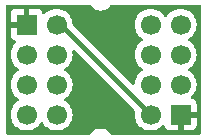
<source format=gbl>
G04 #@! TF.GenerationSoftware,KiCad,Pcbnew,8.0.6*
G04 #@! TF.CreationDate,2025-01-19T21:00:29+01:00*
G04 #@! TF.ProjectId,minsync_connect,6d696e73-796e-4635-9f63-6f6e6e656374,rev?*
G04 #@! TF.SameCoordinates,Original*
G04 #@! TF.FileFunction,Copper,L2,Bot*
G04 #@! TF.FilePolarity,Positive*
%FSLAX46Y46*%
G04 Gerber Fmt 4.6, Leading zero omitted, Abs format (unit mm)*
G04 Created by KiCad (PCBNEW 8.0.6) date 2025-01-19 21:00:29*
%MOMM*%
%LPD*%
G01*
G04 APERTURE LIST*
G04 #@! TA.AperFunction,ComponentPad*
%ADD10R,1.700000X1.700000*%
G04 #@! TD*
G04 #@! TA.AperFunction,ComponentPad*
%ADD11C,1.700000*%
G04 #@! TD*
G04 #@! TA.AperFunction,ViaPad*
%ADD12C,0.600000*%
G04 #@! TD*
G04 #@! TA.AperFunction,Conductor*
%ADD13C,0.400000*%
G04 #@! TD*
G04 #@! TA.AperFunction,Conductor*
%ADD14C,0.200000*%
G04 #@! TD*
G04 APERTURE END LIST*
D10*
X148730000Y-36190000D03*
D11*
X151270000Y-36190000D03*
X148730000Y-38730000D03*
X151270000Y-38730000D03*
X148730000Y-41270000D03*
X151270000Y-41270000D03*
X148730000Y-43810000D03*
X151270000Y-43810000D03*
D10*
X161770000Y-43810000D03*
D11*
X159230000Y-43810000D03*
X161770000Y-41270000D03*
X159230000Y-41270000D03*
X161770000Y-38730000D03*
X159230000Y-38730000D03*
X161770000Y-36190000D03*
X159230000Y-36190000D03*
D12*
X153100000Y-41300000D03*
X157300000Y-38800000D03*
D13*
X159230000Y-43810000D02*
X151610000Y-36190000D01*
D14*
X151610000Y-36190000D02*
X151270000Y-36190000D01*
G04 #@! TA.AperFunction,Conductor*
G36*
X154131109Y-34520185D02*
G01*
X154169497Y-34559222D01*
X154198164Y-34605520D01*
X154323077Y-34742544D01*
X154323080Y-34742546D01*
X154471048Y-34854286D01*
X154556116Y-34896645D01*
X154637018Y-34936930D01*
X154637022Y-34936931D01*
X154637029Y-34936935D01*
X154815371Y-34987678D01*
X154999999Y-35004786D01*
X155000000Y-35004786D01*
X155000001Y-35004786D01*
X155092314Y-34996232D01*
X155184629Y-34987678D01*
X155362971Y-34936935D01*
X155528952Y-34854286D01*
X155676920Y-34742546D01*
X155801837Y-34605519D01*
X155830503Y-34559222D01*
X155882531Y-34512587D01*
X155935930Y-34500500D01*
X163375500Y-34500500D01*
X163442539Y-34520185D01*
X163488294Y-34572989D01*
X163499500Y-34624500D01*
X163499500Y-45375500D01*
X163479815Y-45442539D01*
X163427011Y-45488294D01*
X163375500Y-45499500D01*
X155935930Y-45499500D01*
X155868891Y-45479815D01*
X155830503Y-45440778D01*
X155821979Y-45427011D01*
X155801837Y-45394481D01*
X155784383Y-45375335D01*
X155676922Y-45257455D01*
X155528952Y-45145714D01*
X155362981Y-45063069D01*
X155362968Y-45063064D01*
X155184627Y-45012321D01*
X155184628Y-45012321D01*
X155000001Y-44995214D01*
X154999999Y-44995214D01*
X154815371Y-45012321D01*
X154637031Y-45063064D01*
X154637018Y-45063069D01*
X154471047Y-45145714D01*
X154323077Y-45257455D01*
X154198164Y-45394479D01*
X154169497Y-45440778D01*
X154117469Y-45487413D01*
X154064070Y-45499500D01*
X147124500Y-45499500D01*
X147057461Y-45479815D01*
X147011706Y-45427011D01*
X147000500Y-45375500D01*
X147000500Y-38729999D01*
X147374341Y-38729999D01*
X147374341Y-38730000D01*
X147394936Y-38965403D01*
X147394938Y-38965413D01*
X147456094Y-39193655D01*
X147456096Y-39193659D01*
X147456097Y-39193663D01*
X147460000Y-39202032D01*
X147555965Y-39407830D01*
X147555967Y-39407834D01*
X147664281Y-39562521D01*
X147691501Y-39601396D01*
X147691506Y-39601402D01*
X147858597Y-39768493D01*
X147858603Y-39768498D01*
X148044158Y-39898425D01*
X148087783Y-39953002D01*
X148094977Y-40022500D01*
X148063454Y-40084855D01*
X148044158Y-40101575D01*
X147858597Y-40231505D01*
X147691505Y-40398597D01*
X147555965Y-40592169D01*
X147555964Y-40592171D01*
X147456098Y-40806335D01*
X147456094Y-40806344D01*
X147394938Y-41034586D01*
X147394936Y-41034596D01*
X147374341Y-41269999D01*
X147374341Y-41270000D01*
X147394936Y-41505403D01*
X147394938Y-41505413D01*
X147456094Y-41733655D01*
X147456096Y-41733659D01*
X147456097Y-41733663D01*
X147460000Y-41742032D01*
X147555965Y-41947830D01*
X147555967Y-41947834D01*
X147664281Y-42102521D01*
X147691501Y-42141396D01*
X147691506Y-42141402D01*
X147858597Y-42308493D01*
X147858603Y-42308498D01*
X148044158Y-42438425D01*
X148087783Y-42493002D01*
X148094977Y-42562500D01*
X148063454Y-42624855D01*
X148044158Y-42641575D01*
X147858597Y-42771505D01*
X147691505Y-42938597D01*
X147555965Y-43132169D01*
X147555964Y-43132171D01*
X147456098Y-43346335D01*
X147456094Y-43346344D01*
X147394938Y-43574586D01*
X147394936Y-43574596D01*
X147374341Y-43809999D01*
X147374341Y-43810000D01*
X147394936Y-44045403D01*
X147394938Y-44045413D01*
X147456094Y-44273655D01*
X147456096Y-44273659D01*
X147456097Y-44273663D01*
X147536004Y-44445023D01*
X147555965Y-44487830D01*
X147555967Y-44487834D01*
X147664281Y-44642521D01*
X147691505Y-44681401D01*
X147858599Y-44848495D01*
X147935135Y-44902086D01*
X148052165Y-44984032D01*
X148052167Y-44984033D01*
X148052170Y-44984035D01*
X148266337Y-45083903D01*
X148494592Y-45145063D01*
X148665319Y-45160000D01*
X148729999Y-45165659D01*
X148730000Y-45165659D01*
X148730001Y-45165659D01*
X148794681Y-45160000D01*
X148965408Y-45145063D01*
X149193663Y-45083903D01*
X149407830Y-44984035D01*
X149601401Y-44848495D01*
X149768495Y-44681401D01*
X149898425Y-44495842D01*
X149953002Y-44452217D01*
X150022500Y-44445023D01*
X150084855Y-44476546D01*
X150101575Y-44495842D01*
X150231500Y-44681395D01*
X150231505Y-44681401D01*
X150398599Y-44848495D01*
X150475135Y-44902086D01*
X150592165Y-44984032D01*
X150592167Y-44984033D01*
X150592170Y-44984035D01*
X150806337Y-45083903D01*
X151034592Y-45145063D01*
X151205319Y-45160000D01*
X151269999Y-45165659D01*
X151270000Y-45165659D01*
X151270001Y-45165659D01*
X151334681Y-45160000D01*
X151505408Y-45145063D01*
X151733663Y-45083903D01*
X151947830Y-44984035D01*
X152141401Y-44848495D01*
X152308495Y-44681401D01*
X152444035Y-44487830D01*
X152543903Y-44273663D01*
X152605063Y-44045408D01*
X152625659Y-43810000D01*
X152605063Y-43574592D01*
X152543903Y-43346337D01*
X152444035Y-43132171D01*
X152438425Y-43124158D01*
X152308494Y-42938597D01*
X152141402Y-42771506D01*
X152141396Y-42771501D01*
X151955842Y-42641575D01*
X151912217Y-42586998D01*
X151905023Y-42517500D01*
X151936546Y-42455145D01*
X151955842Y-42438425D01*
X152067500Y-42360241D01*
X152141401Y-42308495D01*
X152308495Y-42141401D01*
X152444035Y-41947830D01*
X152543903Y-41733663D01*
X152605063Y-41505408D01*
X152625659Y-41270000D01*
X152623757Y-41248266D01*
X152621539Y-41222918D01*
X152605063Y-41034592D01*
X152543903Y-40806337D01*
X152444035Y-40592171D01*
X152438425Y-40584158D01*
X152308494Y-40398597D01*
X152141402Y-40231506D01*
X152141396Y-40231501D01*
X151955842Y-40101575D01*
X151912217Y-40046998D01*
X151905023Y-39977500D01*
X151936546Y-39915145D01*
X151955842Y-39898425D01*
X151978026Y-39882891D01*
X152141401Y-39768495D01*
X152308495Y-39601401D01*
X152444035Y-39407830D01*
X152543903Y-39193663D01*
X152605063Y-38965408D01*
X152625659Y-38730000D01*
X152605063Y-38494592D01*
X152605062Y-38494591D01*
X152604591Y-38489199D01*
X152605725Y-38489099D01*
X152612832Y-38425330D01*
X152656884Y-38371097D01*
X152723263Y-38349290D01*
X152790895Y-38366832D01*
X152814889Y-38385546D01*
X157867348Y-43438005D01*
X157900833Y-43499328D01*
X157899442Y-43557778D01*
X157894939Y-43574584D01*
X157894936Y-43574597D01*
X157874341Y-43809999D01*
X157874341Y-43810000D01*
X157894936Y-44045403D01*
X157894938Y-44045413D01*
X157956094Y-44273655D01*
X157956096Y-44273659D01*
X157956097Y-44273663D01*
X158036004Y-44445023D01*
X158055965Y-44487830D01*
X158055967Y-44487834D01*
X158164281Y-44642521D01*
X158191505Y-44681401D01*
X158358599Y-44848495D01*
X158435135Y-44902086D01*
X158552165Y-44984032D01*
X158552167Y-44984033D01*
X158552170Y-44984035D01*
X158766337Y-45083903D01*
X158994592Y-45145063D01*
X159165319Y-45160000D01*
X159229999Y-45165659D01*
X159230000Y-45165659D01*
X159230001Y-45165659D01*
X159294681Y-45160000D01*
X159465408Y-45145063D01*
X159693663Y-45083903D01*
X159907830Y-44984035D01*
X160101401Y-44848495D01*
X160223717Y-44726178D01*
X160285036Y-44692696D01*
X160354728Y-44697680D01*
X160410662Y-44739551D01*
X160427577Y-44770528D01*
X160476646Y-44902088D01*
X160476649Y-44902093D01*
X160562809Y-45017187D01*
X160562812Y-45017190D01*
X160677906Y-45103350D01*
X160677913Y-45103354D01*
X160812620Y-45153596D01*
X160812627Y-45153598D01*
X160872155Y-45159999D01*
X160872172Y-45160000D01*
X161520000Y-45160000D01*
X161520000Y-44243012D01*
X161577007Y-44275925D01*
X161704174Y-44310000D01*
X161835826Y-44310000D01*
X161962993Y-44275925D01*
X162020000Y-44243012D01*
X162020000Y-45160000D01*
X162667828Y-45160000D01*
X162667844Y-45159999D01*
X162727372Y-45153598D01*
X162727379Y-45153596D01*
X162862086Y-45103354D01*
X162862093Y-45103350D01*
X162977187Y-45017190D01*
X162977190Y-45017187D01*
X163063350Y-44902093D01*
X163063354Y-44902086D01*
X163113596Y-44767379D01*
X163113598Y-44767372D01*
X163119999Y-44707844D01*
X163120000Y-44707827D01*
X163120000Y-44060000D01*
X162203012Y-44060000D01*
X162235925Y-44002993D01*
X162270000Y-43875826D01*
X162270000Y-43744174D01*
X162235925Y-43617007D01*
X162203012Y-43560000D01*
X163120000Y-43560000D01*
X163120000Y-42912172D01*
X163119999Y-42912155D01*
X163113598Y-42852627D01*
X163113596Y-42852620D01*
X163063354Y-42717913D01*
X163063350Y-42717906D01*
X162977190Y-42602812D01*
X162977187Y-42602809D01*
X162862093Y-42516649D01*
X162862088Y-42516646D01*
X162730528Y-42467577D01*
X162674595Y-42425705D01*
X162650178Y-42360241D01*
X162665030Y-42291968D01*
X162686175Y-42263720D01*
X162808495Y-42141401D01*
X162944035Y-41947830D01*
X163043903Y-41733663D01*
X163105063Y-41505408D01*
X163125659Y-41270000D01*
X163123757Y-41248266D01*
X163121539Y-41222918D01*
X163105063Y-41034592D01*
X163043903Y-40806337D01*
X162944035Y-40592171D01*
X162938425Y-40584158D01*
X162808494Y-40398597D01*
X162641402Y-40231506D01*
X162641396Y-40231501D01*
X162455842Y-40101575D01*
X162412217Y-40046998D01*
X162405023Y-39977500D01*
X162436546Y-39915145D01*
X162455842Y-39898425D01*
X162478026Y-39882891D01*
X162641401Y-39768495D01*
X162808495Y-39601401D01*
X162944035Y-39407830D01*
X163043903Y-39193663D01*
X163105063Y-38965408D01*
X163125659Y-38730000D01*
X163105063Y-38494592D01*
X163043903Y-38266337D01*
X162944035Y-38052171D01*
X162938425Y-38044158D01*
X162808494Y-37858597D01*
X162641402Y-37691506D01*
X162641396Y-37691501D01*
X162455842Y-37561575D01*
X162412217Y-37506998D01*
X162405023Y-37437500D01*
X162436546Y-37375145D01*
X162455842Y-37358425D01*
X162564865Y-37282086D01*
X162641401Y-37228495D01*
X162808495Y-37061401D01*
X162944035Y-36867830D01*
X163043903Y-36653663D01*
X163105063Y-36425408D01*
X163125659Y-36190000D01*
X163124122Y-36172438D01*
X163105063Y-35954596D01*
X163105063Y-35954592D01*
X163043903Y-35726337D01*
X162944035Y-35512171D01*
X162938425Y-35504158D01*
X162808494Y-35318597D01*
X162641402Y-35151506D01*
X162641395Y-35151501D01*
X162447834Y-35015967D01*
X162447830Y-35015965D01*
X162447828Y-35015964D01*
X162233663Y-34916097D01*
X162233659Y-34916096D01*
X162233655Y-34916094D01*
X162005413Y-34854938D01*
X162005403Y-34854936D01*
X161770001Y-34834341D01*
X161769999Y-34834341D01*
X161534596Y-34854936D01*
X161534586Y-34854938D01*
X161306344Y-34916094D01*
X161306335Y-34916098D01*
X161092171Y-35015964D01*
X161092169Y-35015965D01*
X160898597Y-35151505D01*
X160731505Y-35318597D01*
X160601575Y-35504158D01*
X160546998Y-35547783D01*
X160477500Y-35554977D01*
X160415145Y-35523454D01*
X160398425Y-35504158D01*
X160268494Y-35318597D01*
X160101402Y-35151506D01*
X160101395Y-35151501D01*
X159907834Y-35015967D01*
X159907830Y-35015965D01*
X159907828Y-35015964D01*
X159693663Y-34916097D01*
X159693659Y-34916096D01*
X159693655Y-34916094D01*
X159465413Y-34854938D01*
X159465403Y-34854936D01*
X159230001Y-34834341D01*
X159229999Y-34834341D01*
X158994596Y-34854936D01*
X158994586Y-34854938D01*
X158766344Y-34916094D01*
X158766335Y-34916098D01*
X158552171Y-35015964D01*
X158552169Y-35015965D01*
X158358597Y-35151505D01*
X158191505Y-35318597D01*
X158055965Y-35512169D01*
X158055964Y-35512171D01*
X157956098Y-35726335D01*
X157956094Y-35726344D01*
X157894938Y-35954586D01*
X157894936Y-35954596D01*
X157874341Y-36189999D01*
X157874341Y-36190000D01*
X157894936Y-36425403D01*
X157894938Y-36425413D01*
X157956094Y-36653655D01*
X157956096Y-36653659D01*
X157956097Y-36653663D01*
X158036004Y-36825023D01*
X158055965Y-36867830D01*
X158055967Y-36867834D01*
X158164281Y-37022521D01*
X158191501Y-37061396D01*
X158191506Y-37061402D01*
X158358597Y-37228493D01*
X158358603Y-37228498D01*
X158544158Y-37358425D01*
X158587783Y-37413002D01*
X158594977Y-37482500D01*
X158563454Y-37544855D01*
X158544158Y-37561575D01*
X158358597Y-37691505D01*
X158191505Y-37858597D01*
X158055965Y-38052169D01*
X158055964Y-38052171D01*
X157956098Y-38266335D01*
X157956094Y-38266344D01*
X157894938Y-38494586D01*
X157894936Y-38494596D01*
X157874341Y-38729999D01*
X157874341Y-38730000D01*
X157894936Y-38965403D01*
X157894938Y-38965413D01*
X157956094Y-39193655D01*
X157956096Y-39193659D01*
X157956097Y-39193663D01*
X157960000Y-39202032D01*
X158055965Y-39407830D01*
X158055967Y-39407834D01*
X158164281Y-39562521D01*
X158191501Y-39601396D01*
X158191506Y-39601402D01*
X158358597Y-39768493D01*
X158358603Y-39768498D01*
X158544158Y-39898425D01*
X158587783Y-39953002D01*
X158594977Y-40022500D01*
X158563454Y-40084855D01*
X158544158Y-40101575D01*
X158358597Y-40231505D01*
X158191505Y-40398597D01*
X158055965Y-40592169D01*
X158055964Y-40592171D01*
X157956098Y-40806335D01*
X157956094Y-40806344D01*
X157894938Y-41034586D01*
X157894936Y-41034596D01*
X157881935Y-41183197D01*
X157856482Y-41248266D01*
X157799891Y-41289244D01*
X157730129Y-41293122D01*
X157670726Y-41260070D01*
X152659969Y-36249312D01*
X152626484Y-36187989D01*
X152624122Y-36172438D01*
X152619899Y-36124174D01*
X152605063Y-35954592D01*
X152543903Y-35726337D01*
X152444035Y-35512171D01*
X152438425Y-35504158D01*
X152308494Y-35318597D01*
X152141402Y-35151506D01*
X152141395Y-35151501D01*
X151947834Y-35015967D01*
X151947830Y-35015965D01*
X151947828Y-35015964D01*
X151733663Y-34916097D01*
X151733659Y-34916096D01*
X151733655Y-34916094D01*
X151505413Y-34854938D01*
X151505403Y-34854936D01*
X151270001Y-34834341D01*
X151269999Y-34834341D01*
X151034596Y-34854936D01*
X151034586Y-34854938D01*
X150806344Y-34916094D01*
X150806335Y-34916098D01*
X150592171Y-35015964D01*
X150592169Y-35015965D01*
X150398600Y-35151503D01*
X150276284Y-35273819D01*
X150214961Y-35307303D01*
X150145269Y-35302319D01*
X150089336Y-35260447D01*
X150072421Y-35229470D01*
X150023354Y-35097913D01*
X150023350Y-35097906D01*
X149937190Y-34982812D01*
X149937187Y-34982809D01*
X149822093Y-34896649D01*
X149822086Y-34896645D01*
X149687379Y-34846403D01*
X149687372Y-34846401D01*
X149627844Y-34840000D01*
X148980000Y-34840000D01*
X148980000Y-35756988D01*
X148922993Y-35724075D01*
X148795826Y-35690000D01*
X148664174Y-35690000D01*
X148537007Y-35724075D01*
X148480000Y-35756988D01*
X148480000Y-34840000D01*
X147832155Y-34840000D01*
X147772627Y-34846401D01*
X147772620Y-34846403D01*
X147637913Y-34896645D01*
X147637906Y-34896649D01*
X147522812Y-34982809D01*
X147522809Y-34982812D01*
X147436649Y-35097906D01*
X147436645Y-35097913D01*
X147386403Y-35232620D01*
X147386401Y-35232627D01*
X147380000Y-35292155D01*
X147380000Y-35940000D01*
X148296988Y-35940000D01*
X148264075Y-35997007D01*
X148230000Y-36124174D01*
X148230000Y-36255826D01*
X148264075Y-36382993D01*
X148296988Y-36440000D01*
X147380000Y-36440000D01*
X147380000Y-37087844D01*
X147386401Y-37147372D01*
X147386403Y-37147379D01*
X147436645Y-37282086D01*
X147436649Y-37282093D01*
X147522809Y-37397187D01*
X147522812Y-37397190D01*
X147637906Y-37483350D01*
X147637913Y-37483354D01*
X147769470Y-37532421D01*
X147825403Y-37574292D01*
X147849821Y-37639756D01*
X147834970Y-37708029D01*
X147813819Y-37736284D01*
X147691503Y-37858600D01*
X147555965Y-38052169D01*
X147555964Y-38052171D01*
X147456098Y-38266335D01*
X147456094Y-38266344D01*
X147394938Y-38494586D01*
X147394936Y-38494596D01*
X147374341Y-38729999D01*
X147000500Y-38729999D01*
X147000500Y-34624500D01*
X147020185Y-34557461D01*
X147072989Y-34511706D01*
X147124500Y-34500500D01*
X154064070Y-34500500D01*
X154131109Y-34520185D01*
G37*
G04 #@! TD.AperFunction*
M02*

</source>
